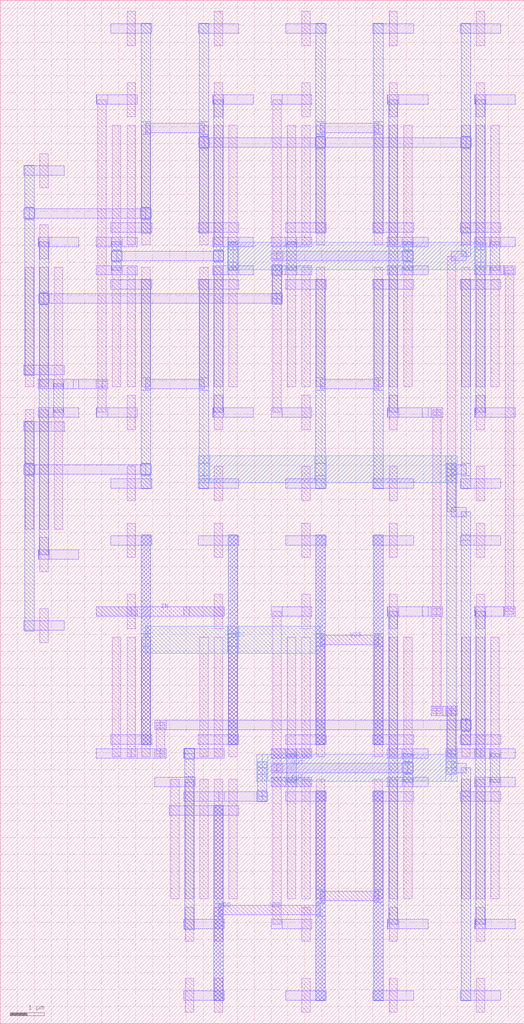
<source format=lef>
VERSION 5.6 ;
  BUSBITCHARS "[]" ;
  DIVIDERCHAR "/" ;

MACRO VCO
  ORIGIN 0 0 ;
  FOREIGN VCO 0 0 ;
  SIZE 15.48 BY 30.24 ;
  PIN VSS
    DIRECTION INOUT ;
    USE SIGNAL ;
    PORT 
      LAYER M3 ;
        RECT 11.04 8.24 11.32 14.44 ;
      LAYER M3 ;
        RECT 9.32 8.24 9.6 14.44 ;
      LAYER M3 ;
        RECT 11.04 11.155 11.32 11.525 ;
      LAYER M2 ;
        RECT 9.46 11.2 11.18 11.48 ;
      LAYER M3 ;
        RECT 9.32 11.155 9.6 11.525 ;
      LAYER M3 ;
        RECT 4.16 8.24 4.44 14.44 ;
      LAYER M3 ;
        RECT 6.74 8.24 7.02 14.44 ;
      LAYER M3 ;
        RECT 9.32 11.155 9.6 11.525 ;
      LAYER M4 ;
        RECT 4.3 10.94 9.46 11.74 ;
      LAYER M3 ;
        RECT 4.16 11.155 4.44 11.525 ;
      LAYER M4 ;
        RECT 6.715 10.94 7.045 11.74 ;
      LAYER M3 ;
        RECT 6.74 11.155 7.02 11.525 ;
    END
  END VSS
  PIN VDD
    DIRECTION INOUT ;
    USE SIGNAL ;
    PORT 
      LAYER M3 ;
        RECT 11.04 0.68 11.32 6.88 ;
      LAYER M3 ;
        RECT 9.32 0.68 9.6 6.88 ;
      LAYER M3 ;
        RECT 11.04 3.595 11.32 3.965 ;
      LAYER M2 ;
        RECT 9.46 3.64 11.18 3.92 ;
      LAYER M3 ;
        RECT 9.32 3.595 9.6 3.965 ;
      LAYER M3 ;
        RECT 6.31 0.68 6.59 6.46 ;
      LAYER M3 ;
        RECT 9.32 3.175 9.6 3.545 ;
      LAYER M2 ;
        RECT 6.45 3.22 9.46 3.5 ;
      LAYER M3 ;
        RECT 6.31 3.175 6.59 3.545 ;
    END
  END VDD
  PIN OUT
    DIRECTION INOUT ;
    USE SIGNAL ;
    PORT 
      LAYER M2 ;
        RECT 8 7.84 9.2 8.12 ;
      LAYER M2 ;
        RECT 8 7 9.2 7.28 ;
      LAYER M2 ;
        RECT 8.44 7.84 8.76 8.12 ;
      LAYER M3 ;
        RECT 8.46 7.14 8.74 7.98 ;
      LAYER M2 ;
        RECT 8.44 7 8.76 7.28 ;
    END
  END OUT
  PIN IN
    DIRECTION INOUT ;
    USE SIGNAL ;
    PORT 
      LAYER M2 ;
        RECT 2.84 12.04 4.04 12.32 ;
      LAYER M2 ;
        RECT 5.42 12.04 6.62 12.32 ;
      LAYER M2 ;
        RECT 3.87 12.04 5.59 12.32 ;
    END
  END IN
  OBS 
  LAYER M3 ;
        RECT 4.16 23.36 4.44 29.56 ;
  LAYER M3 ;
        RECT 5.88 23.36 6.16 29.56 ;
  LAYER M3 ;
        RECT 4.16 26.275 4.44 26.645 ;
  LAYER M2 ;
        RECT 4.3 26.32 6.02 26.6 ;
  LAYER M3 ;
        RECT 5.88 26.275 6.16 26.645 ;
  LAYER M3 ;
        RECT 13.62 23.36 13.9 29.56 ;
  LAYER M3 ;
        RECT 13.62 8.24 13.9 14.44 ;
  LAYER M3 ;
        RECT 13.62 22.68 13.9 23.52 ;
  LAYER M2 ;
        RECT 13.33 22.54 13.76 22.82 ;
  LAYER M1 ;
        RECT 13.205 15.12 13.455 22.68 ;
  LAYER M2 ;
        RECT 13.33 14.98 13.76 15.26 ;
  LAYER M3 ;
        RECT 13.62 14.28 13.9 15.12 ;
  LAYER M3 ;
        RECT 11.04 23.36 11.32 29.56 ;
  LAYER M3 ;
        RECT 9.32 23.36 9.6 29.56 ;
  LAYER M3 ;
        RECT 11.04 26.275 11.32 26.645 ;
  LAYER M2 ;
        RECT 9.46 26.32 11.18 26.6 ;
  LAYER M3 ;
        RECT 9.32 26.275 9.6 26.645 ;
  LAYER M3 ;
        RECT 0.72 19.16 1 25.36 ;
  LAYER M2 ;
        RECT 2.84 7.84 4.04 8.12 ;
  LAYER M3 ;
        RECT 5.88 25.855 6.16 26.225 ;
  LAYER M2 ;
        RECT 6.02 25.9 13.76 26.18 ;
  LAYER M3 ;
        RECT 13.62 25.855 13.9 26.225 ;
  LAYER M2 ;
        RECT 9.3 25.9 9.62 26.18 ;
  LAYER M3 ;
        RECT 9.32 25.855 9.6 26.225 ;
  LAYER M3 ;
        RECT 4.16 23.755 4.44 24.125 ;
  LAYER M2 ;
        RECT 0.86 23.8 4.3 24.08 ;
  LAYER M3 ;
        RECT 0.72 23.755 1 24.125 ;
  LAYER M3 ;
        RECT 13.62 8.635 13.9 9.005 ;
  LAYER M2 ;
        RECT 4.73 8.68 13.76 8.96 ;
  LAYER M1 ;
        RECT 4.605 7.98 4.855 8.82 ;
  LAYER M2 ;
        RECT 3.87 7.84 4.73 8.12 ;
  LAYER M2 ;
        RECT 5.86 25.9 6.18 26.18 ;
  LAYER M3 ;
        RECT 5.88 25.88 6.16 26.2 ;
  LAYER M2 ;
        RECT 13.6 25.9 13.92 26.18 ;
  LAYER M3 ;
        RECT 13.62 25.88 13.9 26.2 ;
  LAYER M2 ;
        RECT 5.86 25.9 6.18 26.18 ;
  LAYER M3 ;
        RECT 5.88 25.88 6.16 26.2 ;
  LAYER M2 ;
        RECT 13.6 25.9 13.92 26.18 ;
  LAYER M3 ;
        RECT 13.62 25.88 13.9 26.2 ;
  LAYER M2 ;
        RECT 5.86 25.9 6.18 26.18 ;
  LAYER M3 ;
        RECT 5.88 25.88 6.16 26.2 ;
  LAYER M2 ;
        RECT 9.3 25.9 9.62 26.18 ;
  LAYER M3 ;
        RECT 9.32 25.88 9.6 26.2 ;
  LAYER M2 ;
        RECT 13.6 25.9 13.92 26.18 ;
  LAYER M3 ;
        RECT 13.62 25.88 13.9 26.2 ;
  LAYER M2 ;
        RECT 5.86 25.9 6.18 26.18 ;
  LAYER M3 ;
        RECT 5.88 25.88 6.16 26.2 ;
  LAYER M2 ;
        RECT 9.3 25.9 9.62 26.18 ;
  LAYER M3 ;
        RECT 9.32 25.88 9.6 26.2 ;
  LAYER M2 ;
        RECT 13.6 25.9 13.92 26.18 ;
  LAYER M3 ;
        RECT 13.62 25.88 13.9 26.2 ;
  LAYER M2 ;
        RECT 0.7 23.8 1.02 24.08 ;
  LAYER M3 ;
        RECT 0.72 23.78 1 24.1 ;
  LAYER M2 ;
        RECT 4.14 23.8 4.46 24.08 ;
  LAYER M3 ;
        RECT 4.16 23.78 4.44 24.1 ;
  LAYER M2 ;
        RECT 5.86 25.9 6.18 26.18 ;
  LAYER M3 ;
        RECT 5.88 25.88 6.16 26.2 ;
  LAYER M2 ;
        RECT 9.3 25.9 9.62 26.18 ;
  LAYER M3 ;
        RECT 9.32 25.88 9.6 26.2 ;
  LAYER M2 ;
        RECT 13.6 25.9 13.92 26.18 ;
  LAYER M3 ;
        RECT 13.62 25.88 13.9 26.2 ;
  LAYER M2 ;
        RECT 0.7 23.8 1.02 24.08 ;
  LAYER M3 ;
        RECT 0.72 23.78 1 24.1 ;
  LAYER M2 ;
        RECT 4.14 23.8 4.46 24.08 ;
  LAYER M3 ;
        RECT 4.16 23.78 4.44 24.1 ;
  LAYER M2 ;
        RECT 5.86 25.9 6.18 26.18 ;
  LAYER M3 ;
        RECT 5.88 25.88 6.16 26.2 ;
  LAYER M2 ;
        RECT 9.3 25.9 9.62 26.18 ;
  LAYER M3 ;
        RECT 9.32 25.88 9.6 26.2 ;
  LAYER M2 ;
        RECT 13.6 25.9 13.92 26.18 ;
  LAYER M3 ;
        RECT 13.62 25.88 13.9 26.2 ;
  LAYER M1 ;
        RECT 4.605 7.895 4.855 8.065 ;
  LAYER M2 ;
        RECT 4.56 7.84 4.9 8.12 ;
  LAYER M1 ;
        RECT 4.605 8.735 4.855 8.905 ;
  LAYER M2 ;
        RECT 4.56 8.68 4.9 8.96 ;
  LAYER M2 ;
        RECT 0.7 23.8 1.02 24.08 ;
  LAYER M3 ;
        RECT 0.72 23.78 1 24.1 ;
  LAYER M2 ;
        RECT 4.14 23.8 4.46 24.08 ;
  LAYER M3 ;
        RECT 4.16 23.78 4.44 24.1 ;
  LAYER M2 ;
        RECT 5.86 25.9 6.18 26.18 ;
  LAYER M3 ;
        RECT 5.88 25.88 6.16 26.2 ;
  LAYER M2 ;
        RECT 9.3 25.9 9.62 26.18 ;
  LAYER M3 ;
        RECT 9.32 25.88 9.6 26.2 ;
  LAYER M2 ;
        RECT 13.6 8.68 13.92 8.96 ;
  LAYER M3 ;
        RECT 13.62 8.66 13.9 8.98 ;
  LAYER M2 ;
        RECT 13.6 25.9 13.92 26.18 ;
  LAYER M3 ;
        RECT 13.62 25.88 13.9 26.2 ;
  LAYER M1 ;
        RECT 4.605 7.895 4.855 8.065 ;
  LAYER M2 ;
        RECT 4.56 7.84 4.9 8.12 ;
  LAYER M1 ;
        RECT 4.605 8.735 4.855 8.905 ;
  LAYER M2 ;
        RECT 4.56 8.68 4.9 8.96 ;
  LAYER M2 ;
        RECT 0.7 23.8 1.02 24.08 ;
  LAYER M3 ;
        RECT 0.72 23.78 1 24.1 ;
  LAYER M2 ;
        RECT 4.14 23.8 4.46 24.08 ;
  LAYER M3 ;
        RECT 4.16 23.78 4.44 24.1 ;
  LAYER M2 ;
        RECT 5.86 25.9 6.18 26.18 ;
  LAYER M3 ;
        RECT 5.88 25.88 6.16 26.2 ;
  LAYER M2 ;
        RECT 9.3 25.9 9.62 26.18 ;
  LAYER M3 ;
        RECT 9.32 25.88 9.6 26.2 ;
  LAYER M2 ;
        RECT 13.6 8.68 13.92 8.96 ;
  LAYER M3 ;
        RECT 13.62 8.66 13.9 8.98 ;
  LAYER M2 ;
        RECT 13.6 25.9 13.92 26.18 ;
  LAYER M3 ;
        RECT 13.62 25.88 13.9 26.2 ;
  LAYER M3 ;
        RECT 4.16 15.8 4.44 22 ;
  LAYER M3 ;
        RECT 5.88 15.8 6.16 22 ;
  LAYER M3 ;
        RECT 4.16 18.715 4.44 19.085 ;
  LAYER M2 ;
        RECT 4.3 18.76 6.02 19.04 ;
  LAYER M3 ;
        RECT 5.88 18.715 6.16 19.085 ;
  LAYER M3 ;
        RECT 13.62 15.8 13.9 22 ;
  LAYER M3 ;
        RECT 13.62 0.68 13.9 6.88 ;
  LAYER M3 ;
        RECT 13.62 16.195 13.9 16.565 ;
  LAYER M2 ;
        RECT 13.33 16.24 13.76 16.52 ;
  LAYER M3 ;
        RECT 13.19 7.56 13.47 16.38 ;
  LAYER M2 ;
        RECT 13.33 7.42 13.76 7.7 ;
  LAYER M3 ;
        RECT 13.62 6.72 13.9 7.56 ;
  LAYER M3 ;
        RECT 11.04 15.8 11.32 22 ;
  LAYER M3 ;
        RECT 9.32 15.8 9.6 22 ;
  LAYER M3 ;
        RECT 11.04 18.715 11.32 19.085 ;
  LAYER M2 ;
        RECT 9.46 18.76 11.18 19.04 ;
  LAYER M3 ;
        RECT 9.32 18.715 9.6 19.085 ;
  LAYER M2 ;
        RECT 5.42 6.58 6.62 6.86 ;
  LAYER M3 ;
        RECT 0.72 11.6 1 17.8 ;
  LAYER M3 ;
        RECT 5.88 16.195 6.16 16.565 ;
  LAYER M4 ;
        RECT 6.02 15.98 13.33 16.78 ;
  LAYER M3 ;
        RECT 13.19 16.195 13.47 16.565 ;
  LAYER M4 ;
        RECT 9.295 15.98 9.625 16.78 ;
  LAYER M3 ;
        RECT 9.32 16.195 9.6 16.565 ;
  LAYER M3 ;
        RECT 13.19 7.375 13.47 7.745 ;
  LAYER M4 ;
        RECT 7.74 7.16 13.33 7.96 ;
  LAYER M3 ;
        RECT 7.6 6.72 7.88 7.56 ;
  LAYER M2 ;
        RECT 6.45 6.58 7.74 6.86 ;
  LAYER M3 ;
        RECT 4.16 16.195 4.44 16.565 ;
  LAYER M2 ;
        RECT 0.86 16.24 4.3 16.52 ;
  LAYER M3 ;
        RECT 0.72 16.195 1 16.565 ;
  LAYER M3 ;
        RECT 5.88 16.195 6.16 16.565 ;
  LAYER M4 ;
        RECT 5.855 15.98 6.185 16.78 ;
  LAYER M3 ;
        RECT 13.19 16.195 13.47 16.565 ;
  LAYER M4 ;
        RECT 13.165 15.98 13.495 16.78 ;
  LAYER M3 ;
        RECT 5.88 16.195 6.16 16.565 ;
  LAYER M4 ;
        RECT 5.855 15.98 6.185 16.78 ;
  LAYER M3 ;
        RECT 13.19 16.195 13.47 16.565 ;
  LAYER M4 ;
        RECT 13.165 15.98 13.495 16.78 ;
  LAYER M3 ;
        RECT 5.88 16.195 6.16 16.565 ;
  LAYER M4 ;
        RECT 5.855 15.98 6.185 16.78 ;
  LAYER M3 ;
        RECT 9.32 16.195 9.6 16.565 ;
  LAYER M4 ;
        RECT 9.295 15.98 9.625 16.78 ;
  LAYER M3 ;
        RECT 13.19 16.195 13.47 16.565 ;
  LAYER M4 ;
        RECT 13.165 15.98 13.495 16.78 ;
  LAYER M3 ;
        RECT 5.88 16.195 6.16 16.565 ;
  LAYER M4 ;
        RECT 5.855 15.98 6.185 16.78 ;
  LAYER M3 ;
        RECT 9.32 16.195 9.6 16.565 ;
  LAYER M4 ;
        RECT 9.295 15.98 9.625 16.78 ;
  LAYER M3 ;
        RECT 13.19 16.195 13.47 16.565 ;
  LAYER M4 ;
        RECT 13.165 15.98 13.495 16.78 ;
  LAYER M2 ;
        RECT 7.58 6.58 7.9 6.86 ;
  LAYER M3 ;
        RECT 7.6 6.56 7.88 6.88 ;
  LAYER M3 ;
        RECT 5.88 16.195 6.16 16.565 ;
  LAYER M4 ;
        RECT 5.855 15.98 6.185 16.78 ;
  LAYER M3 ;
        RECT 7.6 7.375 7.88 7.745 ;
  LAYER M4 ;
        RECT 7.575 7.16 7.905 7.96 ;
  LAYER M3 ;
        RECT 9.32 16.195 9.6 16.565 ;
  LAYER M4 ;
        RECT 9.295 15.98 9.625 16.78 ;
  LAYER M3 ;
        RECT 13.19 7.375 13.47 7.745 ;
  LAYER M4 ;
        RECT 13.165 7.16 13.495 7.96 ;
  LAYER M3 ;
        RECT 13.19 16.195 13.47 16.565 ;
  LAYER M4 ;
        RECT 13.165 15.98 13.495 16.78 ;
  LAYER M2 ;
        RECT 7.58 6.58 7.9 6.86 ;
  LAYER M3 ;
        RECT 7.6 6.56 7.88 6.88 ;
  LAYER M3 ;
        RECT 5.88 16.195 6.16 16.565 ;
  LAYER M4 ;
        RECT 5.855 15.98 6.185 16.78 ;
  LAYER M3 ;
        RECT 7.6 7.375 7.88 7.745 ;
  LAYER M4 ;
        RECT 7.575 7.16 7.905 7.96 ;
  LAYER M3 ;
        RECT 9.32 16.195 9.6 16.565 ;
  LAYER M4 ;
        RECT 9.295 15.98 9.625 16.78 ;
  LAYER M3 ;
        RECT 13.19 7.375 13.47 7.745 ;
  LAYER M4 ;
        RECT 13.165 7.16 13.495 7.96 ;
  LAYER M3 ;
        RECT 13.19 16.195 13.47 16.565 ;
  LAYER M4 ;
        RECT 13.165 15.98 13.495 16.78 ;
  LAYER M2 ;
        RECT 0.7 16.24 1.02 16.52 ;
  LAYER M3 ;
        RECT 0.72 16.22 1 16.54 ;
  LAYER M2 ;
        RECT 4.14 16.24 4.46 16.52 ;
  LAYER M3 ;
        RECT 4.16 16.22 4.44 16.54 ;
  LAYER M2 ;
        RECT 7.58 6.58 7.9 6.86 ;
  LAYER M3 ;
        RECT 7.6 6.56 7.88 6.88 ;
  LAYER M3 ;
        RECT 5.88 16.195 6.16 16.565 ;
  LAYER M4 ;
        RECT 5.855 15.98 6.185 16.78 ;
  LAYER M3 ;
        RECT 7.6 7.375 7.88 7.745 ;
  LAYER M4 ;
        RECT 7.575 7.16 7.905 7.96 ;
  LAYER M3 ;
        RECT 9.32 16.195 9.6 16.565 ;
  LAYER M4 ;
        RECT 9.295 15.98 9.625 16.78 ;
  LAYER M3 ;
        RECT 13.19 7.375 13.47 7.745 ;
  LAYER M4 ;
        RECT 13.165 7.16 13.495 7.96 ;
  LAYER M3 ;
        RECT 13.19 16.195 13.47 16.565 ;
  LAYER M4 ;
        RECT 13.165 15.98 13.495 16.78 ;
  LAYER M2 ;
        RECT 0.7 16.24 1.02 16.52 ;
  LAYER M3 ;
        RECT 0.72 16.22 1 16.54 ;
  LAYER M2 ;
        RECT 4.14 16.24 4.46 16.52 ;
  LAYER M3 ;
        RECT 4.16 16.22 4.44 16.54 ;
  LAYER M2 ;
        RECT 7.58 6.58 7.9 6.86 ;
  LAYER M3 ;
        RECT 7.6 6.56 7.88 6.88 ;
  LAYER M3 ;
        RECT 5.88 16.195 6.16 16.565 ;
  LAYER M4 ;
        RECT 5.855 15.98 6.185 16.78 ;
  LAYER M3 ;
        RECT 7.6 7.375 7.88 7.745 ;
  LAYER M4 ;
        RECT 7.575 7.16 7.905 7.96 ;
  LAYER M3 ;
        RECT 9.32 16.195 9.6 16.565 ;
  LAYER M4 ;
        RECT 9.295 15.98 9.625 16.78 ;
  LAYER M3 ;
        RECT 13.19 7.375 13.47 7.745 ;
  LAYER M4 ;
        RECT 13.165 7.16 13.495 7.96 ;
  LAYER M3 ;
        RECT 13.19 16.195 13.47 16.565 ;
  LAYER M4 ;
        RECT 13.165 15.98 13.495 16.78 ;
  LAYER M2 ;
        RECT 2.84 27.16 4.04 27.44 ;
  LAYER M2 ;
        RECT 2.84 17.92 4.04 18.2 ;
  LAYER M2 ;
        RECT 2.85 27.16 3.17 27.44 ;
  LAYER M1 ;
        RECT 2.885 18.06 3.135 27.3 ;
  LAYER M2 ;
        RECT 2.85 17.92 3.17 18.2 ;
  LAYER M2 ;
        RECT 1.12 18.76 2.32 19.04 ;
  LAYER M2 ;
        RECT 1.12 17.92 2.32 18.2 ;
  LAYER M2 ;
        RECT 1.56 18.76 1.88 19.04 ;
  LAYER M3 ;
        RECT 1.58 18.06 1.86 18.9 ;
  LAYER M2 ;
        RECT 1.56 17.92 1.88 18.2 ;
  LAYER M1 ;
        RECT 2.885 18.815 3.135 18.985 ;
  LAYER M2 ;
        RECT 2.15 18.76 3.01 19.04 ;
  LAYER M1 ;
        RECT 2.885 18.815 3.135 18.985 ;
  LAYER M2 ;
        RECT 2.84 18.76 3.18 19.04 ;
  LAYER M1 ;
        RECT 2.885 18.815 3.135 18.985 ;
  LAYER M2 ;
        RECT 2.84 18.76 3.18 19.04 ;
  LAYER M2 ;
        RECT 6.28 22.96 7.48 23.24 ;
  LAYER M2 ;
        RECT 6.28 22.12 7.48 22.4 ;
  LAYER M2 ;
        RECT 6.72 22.96 7.04 23.24 ;
  LAYER M3 ;
        RECT 6.74 22.26 7.02 23.1 ;
  LAYER M2 ;
        RECT 6.72 22.12 7.04 22.4 ;
  LAYER M2 ;
        RECT 14.02 27.16 15.22 27.44 ;
  LAYER M2 ;
        RECT 14.02 17.92 15.22 18.2 ;
  LAYER M2 ;
        RECT 14.03 27.16 14.35 27.44 ;
  LAYER M3 ;
        RECT 14.05 18.06 14.33 27.3 ;
  LAYER M2 ;
        RECT 14.03 17.92 14.35 18.2 ;
  LAYER M3 ;
        RECT 6.74 22.495 7.02 22.865 ;
  LAYER M4 ;
        RECT 6.88 22.28 14.19 23.08 ;
  LAYER M3 ;
        RECT 14.05 22.495 14.33 22.865 ;
  LAYER M3 ;
        RECT 6.74 22.495 7.02 22.865 ;
  LAYER M4 ;
        RECT 6.715 22.28 7.045 23.08 ;
  LAYER M3 ;
        RECT 14.05 22.495 14.33 22.865 ;
  LAYER M4 ;
        RECT 14.025 22.28 14.355 23.08 ;
  LAYER M3 ;
        RECT 6.74 22.495 7.02 22.865 ;
  LAYER M4 ;
        RECT 6.715 22.28 7.045 23.08 ;
  LAYER M3 ;
        RECT 14.05 22.495 14.33 22.865 ;
  LAYER M4 ;
        RECT 14.025 22.28 14.355 23.08 ;
  LAYER M2 ;
        RECT 14.02 7.84 15.22 8.12 ;
  LAYER M2 ;
        RECT 14.02 7 15.22 7.28 ;
  LAYER M2 ;
        RECT 14.46 7.84 14.78 8.12 ;
  LAYER M3 ;
        RECT 14.48 7.14 14.76 7.98 ;
  LAYER M2 ;
        RECT 14.46 7 14.78 7.28 ;
  LAYER M2 ;
        RECT 11.44 27.16 12.64 27.44 ;
  LAYER M2 ;
        RECT 11.44 17.92 12.64 18.2 ;
  LAYER M2 ;
        RECT 11.45 27.16 11.77 27.44 ;
  LAYER M3 ;
        RECT 11.47 18.06 11.75 27.3 ;
  LAYER M2 ;
        RECT 11.45 17.92 11.77 18.2 ;
  LAYER M2 ;
        RECT 11.44 12.04 12.64 12.32 ;
  LAYER M2 ;
        RECT 11.44 2.8 12.64 3.08 ;
  LAYER M2 ;
        RECT 11.45 12.04 11.77 12.32 ;
  LAYER M3 ;
        RECT 11.47 2.94 11.75 12.18 ;
  LAYER M2 ;
        RECT 11.45 2.8 11.77 3.08 ;
  LAYER M2 ;
        RECT 13.33 7.84 14.19 8.12 ;
  LAYER M1 ;
        RECT 13.205 7.98 13.455 9.24 ;
  LAYER M2 ;
        RECT 12.9 9.1 13.33 9.38 ;
  LAYER M1 ;
        RECT 12.775 9.24 13.025 18.06 ;
  LAYER M2 ;
        RECT 12.47 17.92 12.9 18.2 ;
  LAYER M1 ;
        RECT 12.775 12.095 13.025 12.265 ;
  LAYER M2 ;
        RECT 12.47 12.04 12.9 12.32 ;
  LAYER M1 ;
        RECT 12.775 9.155 13.025 9.325 ;
  LAYER M2 ;
        RECT 12.73 9.1 13.07 9.38 ;
  LAYER M1 ;
        RECT 12.775 17.975 13.025 18.145 ;
  LAYER M2 ;
        RECT 12.73 17.92 13.07 18.2 ;
  LAYER M1 ;
        RECT 13.205 7.895 13.455 8.065 ;
  LAYER M2 ;
        RECT 13.16 7.84 13.5 8.12 ;
  LAYER M1 ;
        RECT 13.205 9.155 13.455 9.325 ;
  LAYER M2 ;
        RECT 13.16 9.1 13.5 9.38 ;
  LAYER M1 ;
        RECT 12.775 9.155 13.025 9.325 ;
  LAYER M2 ;
        RECT 12.73 9.1 13.07 9.38 ;
  LAYER M1 ;
        RECT 12.775 17.975 13.025 18.145 ;
  LAYER M2 ;
        RECT 12.73 17.92 13.07 18.2 ;
  LAYER M1 ;
        RECT 13.205 7.895 13.455 8.065 ;
  LAYER M2 ;
        RECT 13.16 7.84 13.5 8.12 ;
  LAYER M1 ;
        RECT 13.205 9.155 13.455 9.325 ;
  LAYER M2 ;
        RECT 13.16 9.1 13.5 9.38 ;
  LAYER M1 ;
        RECT 12.775 9.155 13.025 9.325 ;
  LAYER M2 ;
        RECT 12.73 9.1 13.07 9.38 ;
  LAYER M1 ;
        RECT 12.775 12.095 13.025 12.265 ;
  LAYER M2 ;
        RECT 12.73 12.04 13.07 12.32 ;
  LAYER M1 ;
        RECT 12.775 17.975 13.025 18.145 ;
  LAYER M2 ;
        RECT 12.73 17.92 13.07 18.2 ;
  LAYER M1 ;
        RECT 13.205 7.895 13.455 8.065 ;
  LAYER M2 ;
        RECT 13.16 7.84 13.5 8.12 ;
  LAYER M1 ;
        RECT 13.205 9.155 13.455 9.325 ;
  LAYER M2 ;
        RECT 13.16 9.1 13.5 9.38 ;
  LAYER M1 ;
        RECT 12.775 9.155 13.025 9.325 ;
  LAYER M2 ;
        RECT 12.73 9.1 13.07 9.38 ;
  LAYER M1 ;
        RECT 12.775 12.095 13.025 12.265 ;
  LAYER M2 ;
        RECT 12.73 12.04 13.07 12.32 ;
  LAYER M1 ;
        RECT 12.775 17.975 13.025 18.145 ;
  LAYER M2 ;
        RECT 12.73 17.92 13.07 18.2 ;
  LAYER M1 ;
        RECT 13.205 7.895 13.455 8.065 ;
  LAYER M2 ;
        RECT 13.16 7.84 13.5 8.12 ;
  LAYER M1 ;
        RECT 13.205 9.155 13.455 9.325 ;
  LAYER M2 ;
        RECT 13.16 9.1 13.5 9.38 ;
  LAYER M2 ;
        RECT 8 22.96 9.2 23.24 ;
  LAYER M2 ;
        RECT 8 22.12 9.2 22.4 ;
  LAYER M2 ;
        RECT 8.44 22.96 8.76 23.24 ;
  LAYER M3 ;
        RECT 8.46 22.26 8.74 23.1 ;
  LAYER M2 ;
        RECT 8.44 22.12 8.76 22.4 ;
  LAYER M2 ;
        RECT 1.12 22.96 2.32 23.24 ;
  LAYER M2 ;
        RECT 1.12 13.72 2.32 14 ;
  LAYER M2 ;
        RECT 1.13 22.96 1.45 23.24 ;
  LAYER M3 ;
        RECT 1.15 13.86 1.43 23.1 ;
  LAYER M2 ;
        RECT 1.13 13.72 1.45 14 ;
  LAYER M2 ;
        RECT 8.01 22.12 8.33 22.4 ;
  LAYER M3 ;
        RECT 8.03 21.42 8.31 22.26 ;
  LAYER M2 ;
        RECT 1.29 21.28 8.17 21.56 ;
  LAYER M3 ;
        RECT 1.15 21.235 1.43 21.605 ;
  LAYER M2 ;
        RECT 1.13 21.28 1.45 21.56 ;
  LAYER M3 ;
        RECT 1.15 21.26 1.43 21.58 ;
  LAYER M2 ;
        RECT 8.01 21.28 8.33 21.56 ;
  LAYER M3 ;
        RECT 8.03 21.26 8.31 21.58 ;
  LAYER M2 ;
        RECT 8.01 22.12 8.33 22.4 ;
  LAYER M3 ;
        RECT 8.03 22.1 8.31 22.42 ;
  LAYER M2 ;
        RECT 1.13 21.28 1.45 21.56 ;
  LAYER M3 ;
        RECT 1.15 21.26 1.43 21.58 ;
  LAYER M2 ;
        RECT 8.01 21.28 8.33 21.56 ;
  LAYER M3 ;
        RECT 8.03 21.26 8.31 21.58 ;
  LAYER M2 ;
        RECT 8.01 22.12 8.33 22.4 ;
  LAYER M3 ;
        RECT 8.03 22.1 8.31 22.42 ;
  LAYER M3 ;
        RECT 5.45 2.78 5.73 7.3 ;
  LAYER M2 ;
        RECT 5.42 7.84 6.62 8.12 ;
  LAYER M3 ;
        RECT 5.45 7.14 5.73 7.98 ;
  LAYER M2 ;
        RECT 5.43 7.84 5.75 8.12 ;
  LAYER M2 ;
        RECT 5.43 7.84 5.75 8.12 ;
  LAYER M3 ;
        RECT 5.45 7.82 5.73 8.14 ;
  LAYER M2 ;
        RECT 5.43 7.84 5.75 8.12 ;
  LAYER M3 ;
        RECT 5.45 7.82 5.73 8.14 ;
  LAYER M2 ;
        RECT 2.84 22.96 4.04 23.24 ;
  LAYER M2 ;
        RECT 2.84 22.12 4.04 22.4 ;
  LAYER M2 ;
        RECT 3.28 22.96 3.6 23.24 ;
  LAYER M3 ;
        RECT 3.3 22.26 3.58 23.1 ;
  LAYER M2 ;
        RECT 3.28 22.12 3.6 22.4 ;
  LAYER M2 ;
        RECT 6.28 27.16 7.48 27.44 ;
  LAYER M2 ;
        RECT 6.28 17.92 7.48 18.2 ;
  LAYER M2 ;
        RECT 6.29 27.16 6.61 27.44 ;
  LAYER M3 ;
        RECT 6.31 18.06 6.59 27.3 ;
  LAYER M2 ;
        RECT 6.29 17.92 6.61 18.2 ;
  LAYER M3 ;
        RECT 3.3 22.495 3.58 22.865 ;
  LAYER M2 ;
        RECT 3.44 22.54 6.45 22.82 ;
  LAYER M3 ;
        RECT 6.31 22.495 6.59 22.865 ;
  LAYER M2 ;
        RECT 3.28 22.54 3.6 22.82 ;
  LAYER M3 ;
        RECT 3.3 22.52 3.58 22.84 ;
  LAYER M2 ;
        RECT 6.29 22.54 6.61 22.82 ;
  LAYER M3 ;
        RECT 6.31 22.52 6.59 22.84 ;
  LAYER M2 ;
        RECT 3.28 22.54 3.6 22.82 ;
  LAYER M3 ;
        RECT 3.3 22.52 3.58 22.84 ;
  LAYER M2 ;
        RECT 6.29 22.54 6.61 22.82 ;
  LAYER M3 ;
        RECT 6.31 22.52 6.59 22.84 ;
  LAYER M1 ;
        RECT 3.745 23.015 3.995 26.545 ;
  LAYER M1 ;
        RECT 3.745 26.795 3.995 27.805 ;
  LAYER M1 ;
        RECT 3.745 28.895 3.995 29.905 ;
  LAYER M1 ;
        RECT 3.315 23.015 3.565 26.545 ;
  LAYER M1 ;
        RECT 4.175 23.015 4.425 26.545 ;
  LAYER M2 ;
        RECT 3.27 23.38 4.47 23.66 ;
  LAYER M2 ;
        RECT 3.27 29.26 4.47 29.54 ;
  LAYER M2 ;
        RECT 2.84 22.96 4.04 23.24 ;
  LAYER M2 ;
        RECT 2.84 27.16 4.04 27.44 ;
  LAYER M3 ;
        RECT 4.16 23.36 4.44 29.56 ;
  LAYER M1 ;
        RECT 3.745 18.815 3.995 22.345 ;
  LAYER M1 ;
        RECT 3.745 17.555 3.995 18.565 ;
  LAYER M1 ;
        RECT 3.745 15.455 3.995 16.465 ;
  LAYER M1 ;
        RECT 3.315 18.815 3.565 22.345 ;
  LAYER M1 ;
        RECT 4.175 18.815 4.425 22.345 ;
  LAYER M2 ;
        RECT 3.27 21.7 4.47 21.98 ;
  LAYER M2 ;
        RECT 3.27 15.82 4.47 16.1 ;
  LAYER M2 ;
        RECT 2.84 22.12 4.04 22.4 ;
  LAYER M2 ;
        RECT 2.84 17.92 4.04 18.2 ;
  LAYER M3 ;
        RECT 4.16 15.8 4.44 22 ;
  LAYER M1 ;
        RECT 6.325 23.015 6.575 26.545 ;
  LAYER M1 ;
        RECT 6.325 26.795 6.575 27.805 ;
  LAYER M1 ;
        RECT 6.325 28.895 6.575 29.905 ;
  LAYER M1 ;
        RECT 6.755 23.015 7.005 26.545 ;
  LAYER M1 ;
        RECT 5.895 23.015 6.145 26.545 ;
  LAYER M2 ;
        RECT 5.85 23.38 7.05 23.66 ;
  LAYER M2 ;
        RECT 5.85 29.26 7.05 29.54 ;
  LAYER M2 ;
        RECT 6.28 22.96 7.48 23.24 ;
  LAYER M2 ;
        RECT 6.28 27.16 7.48 27.44 ;
  LAYER M3 ;
        RECT 5.88 23.36 6.16 29.56 ;
  LAYER M1 ;
        RECT 6.325 18.815 6.575 22.345 ;
  LAYER M1 ;
        RECT 6.325 17.555 6.575 18.565 ;
  LAYER M1 ;
        RECT 6.325 15.455 6.575 16.465 ;
  LAYER M1 ;
        RECT 6.755 18.815 7.005 22.345 ;
  LAYER M1 ;
        RECT 5.895 18.815 6.145 22.345 ;
  LAYER M2 ;
        RECT 5.85 21.7 7.05 21.98 ;
  LAYER M2 ;
        RECT 5.85 15.82 7.05 16.1 ;
  LAYER M2 ;
        RECT 6.28 22.12 7.48 22.4 ;
  LAYER M2 ;
        RECT 6.28 17.92 7.48 18.2 ;
  LAYER M3 ;
        RECT 5.88 15.8 6.16 22 ;
  LAYER M2 ;
        RECT 14.02 22.96 15.22 23.24 ;
  LAYER M2 ;
        RECT 14.02 22.12 15.22 22.4 ;
  LAYER M2 ;
        RECT 14.46 22.96 14.78 23.24 ;
  LAYER M3 ;
        RECT 14.48 22.26 14.76 23.1 ;
  LAYER M2 ;
        RECT 14.46 22.12 14.78 22.4 ;
  LAYER M2 ;
        RECT 14.02 12.04 15.22 12.32 ;
  LAYER M2 ;
        RECT 14.02 2.8 15.22 3.08 ;
  LAYER M2 ;
        RECT 14.03 12.04 14.35 12.32 ;
  LAYER M3 ;
        RECT 14.05 2.94 14.33 12.18 ;
  LAYER M2 ;
        RECT 14.03 2.8 14.35 3.08 ;
  LAYER M2 ;
        RECT 14.89 22.12 15.21 22.4 ;
  LAYER M1 ;
        RECT 14.925 12.18 15.175 22.26 ;
  LAYER M2 ;
        RECT 14.89 12.04 15.21 12.32 ;
  LAYER M1 ;
        RECT 14.925 12.095 15.175 12.265 ;
  LAYER M2 ;
        RECT 14.88 12.04 15.22 12.32 ;
  LAYER M1 ;
        RECT 14.925 22.175 15.175 22.345 ;
  LAYER M2 ;
        RECT 14.88 22.12 15.22 22.4 ;
  LAYER M1 ;
        RECT 14.925 12.095 15.175 12.265 ;
  LAYER M2 ;
        RECT 14.88 12.04 15.22 12.32 ;
  LAYER M1 ;
        RECT 14.925 22.175 15.175 22.345 ;
  LAYER M2 ;
        RECT 14.88 22.12 15.22 22.4 ;
  LAYER M1 ;
        RECT 14.065 23.015 14.315 26.545 ;
  LAYER M1 ;
        RECT 14.065 26.795 14.315 27.805 ;
  LAYER M1 ;
        RECT 14.065 28.895 14.315 29.905 ;
  LAYER M1 ;
        RECT 14.495 23.015 14.745 26.545 ;
  LAYER M1 ;
        RECT 13.635 23.015 13.885 26.545 ;
  LAYER M2 ;
        RECT 13.59 23.38 14.79 23.66 ;
  LAYER M2 ;
        RECT 13.59 29.26 14.79 29.54 ;
  LAYER M2 ;
        RECT 14.02 22.96 15.22 23.24 ;
  LAYER M2 ;
        RECT 14.02 27.16 15.22 27.44 ;
  LAYER M3 ;
        RECT 13.62 23.36 13.9 29.56 ;
  LAYER M1 ;
        RECT 14.065 18.815 14.315 22.345 ;
  LAYER M1 ;
        RECT 14.065 17.555 14.315 18.565 ;
  LAYER M1 ;
        RECT 14.065 15.455 14.315 16.465 ;
  LAYER M1 ;
        RECT 14.495 18.815 14.745 22.345 ;
  LAYER M1 ;
        RECT 13.635 18.815 13.885 22.345 ;
  LAYER M2 ;
        RECT 13.59 21.7 14.79 21.98 ;
  LAYER M2 ;
        RECT 13.59 15.82 14.79 16.1 ;
  LAYER M2 ;
        RECT 14.02 22.12 15.22 22.4 ;
  LAYER M2 ;
        RECT 14.02 17.92 15.22 18.2 ;
  LAYER M3 ;
        RECT 13.62 15.8 13.9 22 ;
  LAYER M1 ;
        RECT 14.065 7.895 14.315 11.425 ;
  LAYER M1 ;
        RECT 14.065 11.675 14.315 12.685 ;
  LAYER M1 ;
        RECT 14.065 13.775 14.315 14.785 ;
  LAYER M1 ;
        RECT 14.495 7.895 14.745 11.425 ;
  LAYER M1 ;
        RECT 13.635 7.895 13.885 11.425 ;
  LAYER M2 ;
        RECT 13.59 8.26 14.79 8.54 ;
  LAYER M2 ;
        RECT 13.59 14.14 14.79 14.42 ;
  LAYER M2 ;
        RECT 14.02 7.84 15.22 8.12 ;
  LAYER M2 ;
        RECT 14.02 12.04 15.22 12.32 ;
  LAYER M3 ;
        RECT 13.62 8.24 13.9 14.44 ;
  LAYER M1 ;
        RECT 14.065 3.695 14.315 7.225 ;
  LAYER M1 ;
        RECT 14.065 2.435 14.315 3.445 ;
  LAYER M1 ;
        RECT 14.065 0.335 14.315 1.345 ;
  LAYER M1 ;
        RECT 14.495 3.695 14.745 7.225 ;
  LAYER M1 ;
        RECT 13.635 3.695 13.885 7.225 ;
  LAYER M2 ;
        RECT 13.59 6.58 14.79 6.86 ;
  LAYER M2 ;
        RECT 13.59 0.7 14.79 0.98 ;
  LAYER M2 ;
        RECT 14.02 7 15.22 7.28 ;
  LAYER M2 ;
        RECT 14.02 2.8 15.22 3.08 ;
  LAYER M3 ;
        RECT 13.62 0.68 13.9 6.88 ;
  LAYER M2 ;
        RECT 11.44 22.96 12.64 23.24 ;
  LAYER M2 ;
        RECT 11.44 22.12 12.64 22.4 ;
  LAYER M2 ;
        RECT 11.88 22.96 12.2 23.24 ;
  LAYER M3 ;
        RECT 11.9 22.26 12.18 23.1 ;
  LAYER M2 ;
        RECT 11.88 22.12 12.2 22.4 ;
  LAYER M2 ;
        RECT 8 27.16 9.2 27.44 ;
  LAYER M2 ;
        RECT 8 17.92 9.2 18.2 ;
  LAYER M2 ;
        RECT 8.01 27.16 8.33 27.44 ;
  LAYER M1 ;
        RECT 8.045 18.06 8.295 27.3 ;
  LAYER M2 ;
        RECT 8.01 17.92 8.33 18.2 ;
  LAYER M3 ;
        RECT 11.9 22.495 12.18 22.865 ;
  LAYER M2 ;
        RECT 8.17 22.54 12.04 22.82 ;
  LAYER M1 ;
        RECT 8.045 22.595 8.295 22.765 ;
  LAYER M1 ;
        RECT 8.045 22.595 8.295 22.765 ;
  LAYER M2 ;
        RECT 8 22.54 8.34 22.82 ;
  LAYER M2 ;
        RECT 11.88 22.54 12.2 22.82 ;
  LAYER M3 ;
        RECT 11.9 22.52 12.18 22.84 ;
  LAYER M1 ;
        RECT 8.045 22.595 8.295 22.765 ;
  LAYER M2 ;
        RECT 8 22.54 8.34 22.82 ;
  LAYER M2 ;
        RECT 11.88 22.54 12.2 22.82 ;
  LAYER M3 ;
        RECT 11.9 22.52 12.18 22.84 ;
  LAYER M1 ;
        RECT 11.485 23.015 11.735 26.545 ;
  LAYER M1 ;
        RECT 11.485 26.795 11.735 27.805 ;
  LAYER M1 ;
        RECT 11.485 28.895 11.735 29.905 ;
  LAYER M1 ;
        RECT 11.915 23.015 12.165 26.545 ;
  LAYER M1 ;
        RECT 11.055 23.015 11.305 26.545 ;
  LAYER M2 ;
        RECT 11.01 23.38 12.21 23.66 ;
  LAYER M2 ;
        RECT 11.01 29.26 12.21 29.54 ;
  LAYER M2 ;
        RECT 11.44 22.96 12.64 23.24 ;
  LAYER M2 ;
        RECT 11.44 27.16 12.64 27.44 ;
  LAYER M3 ;
        RECT 11.04 23.36 11.32 29.56 ;
  LAYER M1 ;
        RECT 11.485 18.815 11.735 22.345 ;
  LAYER M1 ;
        RECT 11.485 17.555 11.735 18.565 ;
  LAYER M1 ;
        RECT 11.485 15.455 11.735 16.465 ;
  LAYER M1 ;
        RECT 11.915 18.815 12.165 22.345 ;
  LAYER M1 ;
        RECT 11.055 18.815 11.305 22.345 ;
  LAYER M2 ;
        RECT 11.01 21.7 12.21 21.98 ;
  LAYER M2 ;
        RECT 11.01 15.82 12.21 16.1 ;
  LAYER M2 ;
        RECT 11.44 22.12 12.64 22.4 ;
  LAYER M2 ;
        RECT 11.44 17.92 12.64 18.2 ;
  LAYER M3 ;
        RECT 11.04 15.8 11.32 22 ;
  LAYER M1 ;
        RECT 8.905 23.015 9.155 26.545 ;
  LAYER M1 ;
        RECT 8.905 26.795 9.155 27.805 ;
  LAYER M1 ;
        RECT 8.905 28.895 9.155 29.905 ;
  LAYER M1 ;
        RECT 8.475 23.015 8.725 26.545 ;
  LAYER M1 ;
        RECT 9.335 23.015 9.585 26.545 ;
  LAYER M2 ;
        RECT 8.43 23.38 9.63 23.66 ;
  LAYER M2 ;
        RECT 8.43 29.26 9.63 29.54 ;
  LAYER M2 ;
        RECT 8 22.96 9.2 23.24 ;
  LAYER M2 ;
        RECT 8 27.16 9.2 27.44 ;
  LAYER M3 ;
        RECT 9.32 23.36 9.6 29.56 ;
  LAYER M1 ;
        RECT 8.905 18.815 9.155 22.345 ;
  LAYER M1 ;
        RECT 8.905 17.555 9.155 18.565 ;
  LAYER M1 ;
        RECT 8.905 15.455 9.155 16.465 ;
  LAYER M1 ;
        RECT 8.475 18.815 8.725 22.345 ;
  LAYER M1 ;
        RECT 9.335 18.815 9.585 22.345 ;
  LAYER M2 ;
        RECT 8.43 21.7 9.63 21.98 ;
  LAYER M2 ;
        RECT 8.43 15.82 9.63 16.1 ;
  LAYER M2 ;
        RECT 8 22.12 9.2 22.4 ;
  LAYER M2 ;
        RECT 8 17.92 9.2 18.2 ;
  LAYER M3 ;
        RECT 9.32 15.8 9.6 22 ;
  LAYER M2 ;
        RECT 11.44 7.84 12.64 8.12 ;
  LAYER M2 ;
        RECT 11.44 7 12.64 7.28 ;
  LAYER M2 ;
        RECT 11.88 7.84 12.2 8.12 ;
  LAYER M3 ;
        RECT 11.9 7.14 12.18 7.98 ;
  LAYER M2 ;
        RECT 11.88 7 12.2 7.28 ;
  LAYER M2 ;
        RECT 8 12.04 9.2 12.32 ;
  LAYER M2 ;
        RECT 8 2.8 9.2 3.08 ;
  LAYER M2 ;
        RECT 8.01 12.04 8.33 12.32 ;
  LAYER M1 ;
        RECT 8.045 2.94 8.295 12.18 ;
  LAYER M2 ;
        RECT 8.01 2.8 8.33 3.08 ;
  LAYER M3 ;
        RECT 11.9 7.375 12.18 7.745 ;
  LAYER M2 ;
        RECT 8.17 7.42 12.04 7.7 ;
  LAYER M1 ;
        RECT 8.045 7.475 8.295 7.645 ;
  LAYER M1 ;
        RECT 8.045 7.475 8.295 7.645 ;
  LAYER M2 ;
        RECT 8 7.42 8.34 7.7 ;
  LAYER M2 ;
        RECT 11.88 7.42 12.2 7.7 ;
  LAYER M3 ;
        RECT 11.9 7.4 12.18 7.72 ;
  LAYER M1 ;
        RECT 8.045 7.475 8.295 7.645 ;
  LAYER M2 ;
        RECT 8 7.42 8.34 7.7 ;
  LAYER M2 ;
        RECT 11.88 7.42 12.2 7.7 ;
  LAYER M3 ;
        RECT 11.9 7.4 12.18 7.72 ;
  LAYER M1 ;
        RECT 11.485 7.895 11.735 11.425 ;
  LAYER M1 ;
        RECT 11.485 11.675 11.735 12.685 ;
  LAYER M1 ;
        RECT 11.485 13.775 11.735 14.785 ;
  LAYER M1 ;
        RECT 11.915 7.895 12.165 11.425 ;
  LAYER M1 ;
        RECT 11.055 7.895 11.305 11.425 ;
  LAYER M2 ;
        RECT 11.01 8.26 12.21 8.54 ;
  LAYER M2 ;
        RECT 11.01 14.14 12.21 14.42 ;
  LAYER M2 ;
        RECT 11.44 7.84 12.64 8.12 ;
  LAYER M2 ;
        RECT 11.44 12.04 12.64 12.32 ;
  LAYER M3 ;
        RECT 11.04 8.24 11.32 14.44 ;
  LAYER M1 ;
        RECT 11.485 3.695 11.735 7.225 ;
  LAYER M1 ;
        RECT 11.485 2.435 11.735 3.445 ;
  LAYER M1 ;
        RECT 11.485 0.335 11.735 1.345 ;
  LAYER M1 ;
        RECT 11.915 3.695 12.165 7.225 ;
  LAYER M1 ;
        RECT 11.055 3.695 11.305 7.225 ;
  LAYER M2 ;
        RECT 11.01 6.58 12.21 6.86 ;
  LAYER M2 ;
        RECT 11.01 0.7 12.21 0.98 ;
  LAYER M2 ;
        RECT 11.44 7 12.64 7.28 ;
  LAYER M2 ;
        RECT 11.44 2.8 12.64 3.08 ;
  LAYER M3 ;
        RECT 11.04 0.68 11.32 6.88 ;
  LAYER M1 ;
        RECT 8.905 7.895 9.155 11.425 ;
  LAYER M1 ;
        RECT 8.905 11.675 9.155 12.685 ;
  LAYER M1 ;
        RECT 8.905 13.775 9.155 14.785 ;
  LAYER M1 ;
        RECT 8.475 7.895 8.725 11.425 ;
  LAYER M1 ;
        RECT 9.335 7.895 9.585 11.425 ;
  LAYER M2 ;
        RECT 8.43 8.26 9.63 8.54 ;
  LAYER M2 ;
        RECT 8.43 14.14 9.63 14.42 ;
  LAYER M2 ;
        RECT 8 7.84 9.2 8.12 ;
  LAYER M2 ;
        RECT 8 12.04 9.2 12.32 ;
  LAYER M3 ;
        RECT 9.32 8.24 9.6 14.44 ;
  LAYER M1 ;
        RECT 8.905 3.695 9.155 7.225 ;
  LAYER M1 ;
        RECT 8.905 2.435 9.155 3.445 ;
  LAYER M1 ;
        RECT 8.905 0.335 9.155 1.345 ;
  LAYER M1 ;
        RECT 8.475 3.695 8.725 7.225 ;
  LAYER M1 ;
        RECT 9.335 3.695 9.585 7.225 ;
  LAYER M2 ;
        RECT 8.43 6.58 9.63 6.86 ;
  LAYER M2 ;
        RECT 8.43 0.7 9.63 0.98 ;
  LAYER M2 ;
        RECT 8 7 9.2 7.28 ;
  LAYER M2 ;
        RECT 8 2.8 9.2 3.08 ;
  LAYER M3 ;
        RECT 9.32 0.68 9.6 6.88 ;
  LAYER M1 ;
        RECT 5.465 3.695 5.715 7.225 ;
  LAYER M1 ;
        RECT 5.465 2.435 5.715 3.445 ;
  LAYER M1 ;
        RECT 5.465 0.335 5.715 1.345 ;
  LAYER M1 ;
        RECT 5.035 3.695 5.285 7.225 ;
  LAYER M1 ;
        RECT 5.895 3.695 6.145 7.225 ;
  LAYER M1 ;
        RECT 6.325 3.695 6.575 7.225 ;
  LAYER M1 ;
        RECT 6.325 2.435 6.575 3.445 ;
  LAYER M1 ;
        RECT 6.325 0.335 6.575 1.345 ;
  LAYER M1 ;
        RECT 6.755 3.695 7.005 7.225 ;
  LAYER M2 ;
        RECT 5.42 2.8 6.62 3.08 ;
  LAYER M2 ;
        RECT 4.56 7 5.76 7.28 ;
  LAYER M2 ;
        RECT 4.99 6.16 7.05 6.44 ;
  LAYER M2 ;
        RECT 5.42 0.7 6.62 0.98 ;
  LAYER M3 ;
        RECT 5.45 2.78 5.73 7.3 ;
  LAYER M2 ;
        RECT 5.42 6.58 6.62 6.86 ;
  LAYER M3 ;
        RECT 6.31 0.68 6.59 6.46 ;
  LAYER M1 ;
        RECT 1.165 18.815 1.415 22.345 ;
  LAYER M1 ;
        RECT 1.165 22.595 1.415 23.605 ;
  LAYER M1 ;
        RECT 1.165 24.695 1.415 25.705 ;
  LAYER M1 ;
        RECT 1.595 18.815 1.845 22.345 ;
  LAYER M1 ;
        RECT 0.735 18.815 0.985 22.345 ;
  LAYER M2 ;
        RECT 0.69 19.18 1.89 19.46 ;
  LAYER M2 ;
        RECT 0.69 25.06 1.89 25.34 ;
  LAYER M2 ;
        RECT 1.12 18.76 2.32 19.04 ;
  LAYER M2 ;
        RECT 1.12 22.96 2.32 23.24 ;
  LAYER M3 ;
        RECT 0.72 19.16 1 25.36 ;
  LAYER M1 ;
        RECT 1.165 14.615 1.415 18.145 ;
  LAYER M1 ;
        RECT 1.165 13.355 1.415 14.365 ;
  LAYER M1 ;
        RECT 1.165 11.255 1.415 12.265 ;
  LAYER M1 ;
        RECT 1.595 14.615 1.845 18.145 ;
  LAYER M1 ;
        RECT 0.735 14.615 0.985 18.145 ;
  LAYER M2 ;
        RECT 0.69 17.5 1.89 17.78 ;
  LAYER M2 ;
        RECT 0.69 11.62 1.89 11.9 ;
  LAYER M2 ;
        RECT 1.12 17.92 2.32 18.2 ;
  LAYER M2 ;
        RECT 1.12 13.72 2.32 14 ;
  LAYER M3 ;
        RECT 0.72 11.6 1 17.8 ;
  LAYER M1 ;
        RECT 3.745 7.895 3.995 11.425 ;
  LAYER M1 ;
        RECT 3.745 11.675 3.995 12.685 ;
  LAYER M1 ;
        RECT 3.745 13.775 3.995 14.785 ;
  LAYER M1 ;
        RECT 3.315 7.895 3.565 11.425 ;
  LAYER M1 ;
        RECT 4.175 7.895 4.425 11.425 ;
  LAYER M2 ;
        RECT 3.27 8.26 4.47 8.54 ;
  LAYER M2 ;
        RECT 3.27 14.14 4.47 14.42 ;
  LAYER M2 ;
        RECT 2.84 7.84 4.04 8.12 ;
  LAYER M2 ;
        RECT 2.84 12.04 4.04 12.32 ;
  LAYER M3 ;
        RECT 4.16 8.24 4.44 14.44 ;
  LAYER M1 ;
        RECT 6.325 7.895 6.575 11.425 ;
  LAYER M1 ;
        RECT 6.325 11.675 6.575 12.685 ;
  LAYER M1 ;
        RECT 6.325 13.775 6.575 14.785 ;
  LAYER M1 ;
        RECT 5.895 7.895 6.145 11.425 ;
  LAYER M1 ;
        RECT 6.755 7.895 7.005 11.425 ;
  LAYER M2 ;
        RECT 5.85 8.26 7.05 8.54 ;
  LAYER M2 ;
        RECT 5.85 14.14 7.05 14.42 ;
  LAYER M2 ;
        RECT 5.42 7.84 6.62 8.12 ;
  LAYER M2 ;
        RECT 5.42 12.04 6.62 12.32 ;
  LAYER M3 ;
        RECT 6.74 8.24 7.02 14.44 ;
  END 
END VCO
END LIBRARY

</source>
